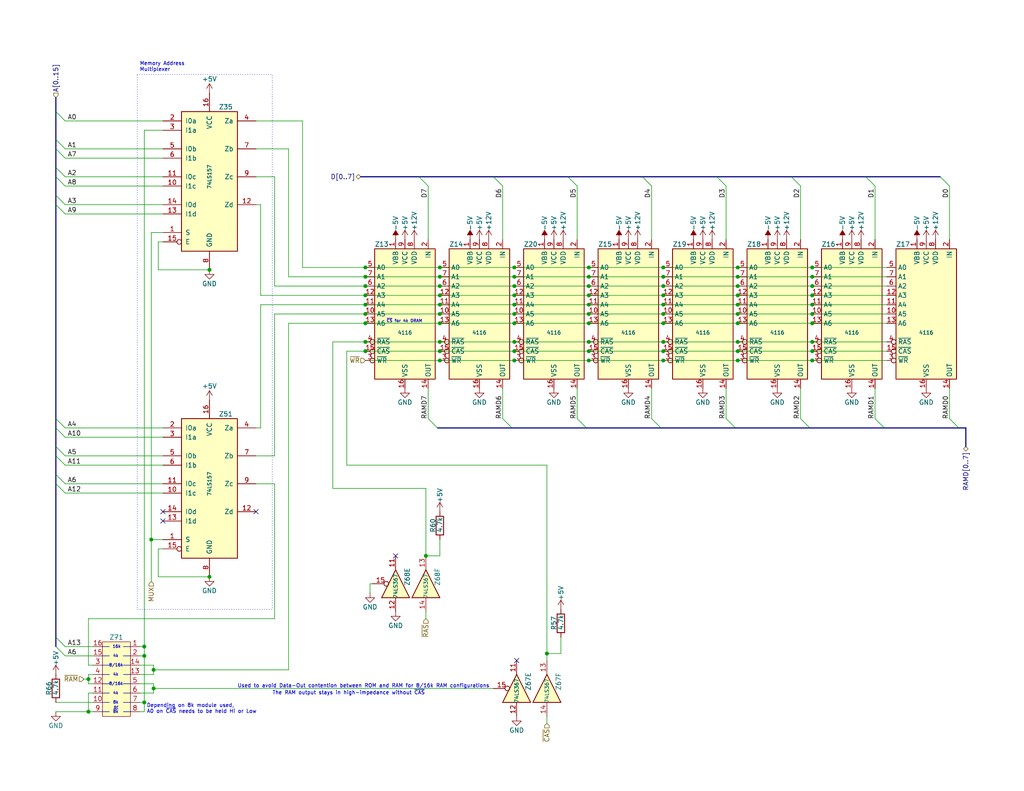
<source format=kicad_sch>
(kicad_sch (version 20231120) (generator "eeschema") (generator_version "8.0")
  (paper "USLetter")
  (title_block (title "TRS-80 Model I Rev G") (date "2024-11-29") (rev "E1C") (company "RetroStack - Marcel Erz") (comment 2 "RAM and data-bus gating") (comment 4 "RAM"))
  (lib_symbols
    (symbol "74xx:74LS157" (pin_names (offset 1.016))
      (property "Reference" "U" (at -7.62 19.05 0))
      (property "Value" "74LS157" (at -7.62 -21.59 0))
      (symbol "74LS157_1_0"
        (pin input line (at -12.7 -15.24 0) (length 5.08) (name "S") (number "1"))
        (pin input line (at -12.7 -2.54 0) (length 5.08) (name "I1c") (number "10"))
        (pin input line (at -12.7 0 0) (length 5.08) (name "I0c") (number "11"))
        (pin output line (at 12.7 -7.62 180) (length 5.08) (name "Zd") (number "12"))
        (pin input line (at -12.7 -10.16 0) (length 5.08) (name "I1d") (number "13"))
        (pin input line (at -12.7 -7.62 0) (length 5.08) (name "I0d") (number "14"))
        (pin input inverted (at -12.7 -17.78 0) (length 5.08) (name "E") (number "15"))
        (pin power_in line (at 0 22.86 270) (length 5.08) (name "VCC") (number "16"))
        (pin input line (at -12.7 15.24 0) (length 5.08) (name "I0a") (number "2"))
        (pin input line (at -12.7 12.7 0) (length 5.08) (name "I1a") (number "3"))
        (pin output line (at 12.7 15.24 180) (length 5.08) (name "Za") (number "4"))
        (pin input line (at -12.7 7.62 0) (length 5.08) (name "I0b") (number "5"))
        (pin input line (at -12.7 5.08 0) (length 5.08) (name "I1b") (number "6"))
        (pin output line (at 12.7 7.62 180) (length 5.08) (name "Zb") (number "7"))
        (pin power_in line (at 0 -25.4 90) (length 5.08) (name "GND") (number "8"))
        (pin output line (at 12.7 0 180) (length 5.08) (name "Zc") (number "9"))
      )
      (symbol "74LS157_1_1"
        (rectangle (start -7.62 17.78) (end 7.62 -20.32) (stroke (width 0.254)) (fill (type background)))
      )
    )
    (symbol "Device:R" (pin_numbers hide) (pin_names (offset 0))
      (property "Reference" "R" (at 2.032 0 90))
      (property "Value" "R" (at 0 0 90))
      (symbol "R_0_1"
        (rectangle (start -1.016 -2.54) (end 1.016 2.54) (stroke (width 0.254)))
      )
      (symbol "R_1_1"
        (pin passive line (at 0 3.81 270) (length 1.27) (name "~") (number "1"))
        (pin passive line (at 0 -3.81 90) (length 1.27) (name "~") (number "2"))
      )
    )
    (symbol "RetroStackLibrary:74LS367_Split" (pin_names (offset 1.016))
      (property "Reference" "U" (at 0 1.27 0))
      (property "Value" "74LS367" (at 0 -1.27 0))
      (symbol "74LS367_Split_1_0"
        (polyline (pts (xy -3.81 3.81) (xy -3.81 -3.81) (xy 3.81 0) (xy -3.81 3.81)) (stroke (width 0.254)) (fill (type background)))
        (pin input inverted (at 0 6.35 270) (length 4.445) (name "~") (number "1"))
        (pin input line (at -7.62 0 0) (length 3.81) (name "~") (number "2"))
        (pin tri_state line (at 7.62 0 180) (length 3.81) (name "~") (number "3"))
      )
      (symbol "74LS367_Split_2_0"
        (polyline (pts (xy -3.81 3.81) (xy -3.81 -3.81) (xy 3.81 0) (xy -3.81 3.81)) (stroke (width 0.254)) (fill (type background)))
        (pin input line (at -7.62 0 0) (length 3.81) (name "~") (number "4"))
        (pin tri_state line (at 7.62 0 180) (length 3.81) (name "~") (number "5"))
      )
      (symbol "74LS367_Split_3_0"
        (polyline (pts (xy -3.81 3.81) (xy -3.81 -3.81) (xy 3.81 0) (xy -3.81 3.81)) (stroke (width 0.254)) (fill (type background)))
        (pin input line (at -7.62 0 0) (length 3.81) (name "~") (number "6"))
        (pin tri_state line (at 7.62 0 180) (length 3.81) (name "~") (number "7"))
      )
      (symbol "74LS367_Split_4_0"
        (polyline (pts (xy -3.81 3.81) (xy -3.81 -3.81) (xy 3.81 0) (xy -3.81 3.81)) (stroke (width 0.254)) (fill (type background)))
        (pin input line (at -7.62 0 0) (length 3.81) (name "~") (number "10"))
        (pin tri_state line (at 7.62 0 180) (length 3.81) (name "~") (number "9"))
      )
      (symbol "74LS367_Split_5_0"
        (polyline (pts (xy -3.175 -2.54) (xy -3.175 -10.16) (xy 4.445 -6.35) (xy -3.175 -2.54)) (stroke (width 0.254)) (fill (type background)))
        (pin tri_state line (at 8.255 -6.35 180) (length 3.81) (name "~") (number "11"))
        (pin input line (at -6.985 -6.35 0) (length 3.81) (name "~") (number "12"))
        (pin input inverted (at 0.635 0 270) (length 4.445) (name "~") (number "15"))
      )
      (symbol "74LS367_Split_6_0"
        (polyline (pts (xy -3.81 3.81) (xy -3.81 -3.81) (xy 3.81 0) (xy -3.81 3.81)) (stroke (width 0.254)) (fill (type background)))
        (pin tri_state line (at 7.62 0 180) (length 3.81) (name "~") (number "13"))
        (pin input line (at -7.62 0 0) (length 3.81) (name "~") (number "14"))
      )
      (symbol "74LS367_Split_7_0"
        (pin power_in line (at 0 1.905 270) (length 5.08) (name "VCC") (number "16"))
        (pin power_in line (at 0 -23.495 90) (length 5.08) (name "GND") (number "8"))
      )
      (symbol "74LS367_Split_7_1"
        (rectangle (start -5.08 -3.175) (end 5.08 -18.415) (stroke (width 0.254)) (fill (type background)))
      )
    )
    (symbol "RetroStackLibrary:DRAM_4116"
      (property "Reference" "U" (at 0 0 0))
      (property "Value" "DRAM_4116" (at 0 0 0))
      (symbol "DRAM_4116_1_1"
        (rectangle (start -8.255 -4.445) (end 8.255 -40.005) (stroke (width 0.254)) (fill (type background)))
        (pin power_in line (at -2.54 -1.905 270) (length 2.54) (name "VBB") (number "1"))
        (pin input line (at -10.795 -22.225 0) (length 2.54) (name "A5") (number "10"))
        (pin input line (at -10.795 -19.685 0) (length 2.54) (name "A4") (number "11"))
        (pin input line (at -10.795 -17.145 0) (length 2.54) (name "A3") (number "12"))
        (pin input line (at -10.795 -24.765 0) (length 2.54) (name "A6") (number "13"))
        (pin tri_state line (at 6.35 -42.545 90) (length 2.54) (name "OUT") (number "14"))
        (pin input inverted (at -10.795 -32.385 0) (length 2.54) (name "~{CAS}") (number "15"))
        (pin power_in line (at 0 -42.545 90) (length 2.54) (name "VSS") (number "16"))
        (pin input line (at 6.35 -1.905 270) (length 2.54) (name "IN") (number "2"))
        (pin input inverted (at -10.795 -34.925 0) (length 2.54) (name "~{WR}") (number "3"))
        (pin input inverted (at -10.795 -29.845 0) (length 2.54) (name "~{RAS}") (number "4"))
        (pin input line (at -10.795 -9.525 0) (length 2.54) (name "A0") (number "5"))
        (pin input line (at -10.795 -14.605 0) (length 2.54) (name "A2") (number "6"))
        (pin input line (at -10.795 -12.065 0) (length 2.54) (name "A1") (number "7"))
        (pin power_in line (at 2.54 -1.905 270) (length 2.54) (name "VDD") (number "8"))
        (pin power_in line (at 0 -1.905 270) (length 2.54) (name "VCC") (number "9"))
      )
    )
    (symbol "RetroStackLibrary:TRS80_Model_I_X71"
      (property "Reference" "X" (at 0 0 0))
      (property "Value" "TRS80_Model_I_X71" (at 0 0 0))
      (symbol "TRS80_Model_I_X71_1_1"
        (rectangle (start -3.81 -1.27) (end 3.81 -21.59) (fill (type background)))
        (pin passive line (at 6.35 -2.54 180) (length 2.54) (name "~") (number "1"))
        (pin passive line (at -6.35 -17.78 0) (length 2.54) (name "~") (number "10"))
        (pin passive line (at -6.35 -15.24 0) (length 2.54) (name "~") (number "11"))
        (pin passive line (at -6.35 -12.7 0) (length 2.54) (name "~") (number "12"))
        (pin passive line (at 6.35 -10.16 180) (length 2.54) (name "~") (number "13"))
        (pin passive line (at 6.35 -7.62 180) (length 2.54) (name "~") (number "14"))
        (pin passive line (at -6.35 -5.08 0) (length 2.54) (name "~") (number "15"))
        (pin passive line (at -6.35 -2.54 0) (length 2.54) (name "~") (number "16"))
        (pin passive line (at 6.35 -5.08 180) (length 2.54) (name "~") (number "2"))
        (pin passive line (at -6.35 -7.62 0) (length 2.54) (name "~") (number "3"))
        (pin passive line (at -6.35 -10.16 0) (length 2.54) (name "~") (number "4"))
        (pin passive line (at 6.35 -12.7 180) (length 2.54) (name "~") (number "5"))
        (pin passive line (at 6.35 -15.24 180) (length 2.54) (name "~") (number "6"))
        (pin passive line (at 6.35 -17.78 180) (length 2.54) (name "~") (number "7"))
        (pin passive line (at 6.35 -20.32 180) (length 2.54) (name "~") (number "8"))
        (pin passive line (at -6.35 -20.32 0) (length 2.54) (name "~") (number "9"))
      )
    )
    (symbol "power:+12V" (power) (pin_names (offset 0))
      (property "Value" "+12V" (at 0 3.556 0))
      (symbol "+12V_0_1"
        (polyline (pts (xy -0.762 1.27) (xy 0 2.54)))
        (polyline (pts (xy 0 0) (xy 0 2.54)))
        (polyline (pts (xy 0 2.54) (xy 0.762 1.27)))
      )
      (symbol "+12V_1_1"
        (pin power_in line (at 0 0 90) (length 0) hide (name "+12V") (number "1"))
      )
    )
    (symbol "power:+5V" (power) (pin_names (offset 0))
      (property "Value" "+5V" (at 0 3.556 0))
      (symbol "+5V_0_1"
        (polyline (pts (xy -0.762 1.27) (xy 0 2.54)))
        (polyline (pts (xy 0 0) (xy 0 2.54)))
        (polyline (pts (xy 0 2.54) (xy 0.762 1.27)))
      )
      (symbol "+5V_1_1"
        (pin power_in line (at 0 0 90) (length 0) hide (name "+5V") (number "1"))
      )
    )
    (symbol "power:-5V" (power) (pin_names (offset 0))
      (property "Value" "-5V" (at 0 3.81 0))
      (symbol "-5V_0_0"
        (pin power_in line (at 0 0 90) (length 0) hide (name "-5V") (number "1"))
      )
      (symbol "-5V_0_1"
        (polyline (pts (xy 0 0) (xy 0 1.27) (xy 0.762 1.27) (xy 0 2.54) (xy -0.762 1.27) (xy 0 1.27)) (fill (type outline)))
      )
    )
    (symbol "power:GND" (power) (pin_names (offset 0))
      (property "Value" "GND" (at 0 -3.81 0))
      (symbol "GND_0_1"
        (polyline (pts (xy 0 0) (xy 0 -1.27) (xy 1.27 -1.27) (xy 0 -2.54) (xy -1.27 -1.27) (xy 0 -1.27)))
      )
      (symbol "GND_1_1"
        (pin power_in line (at 0 0 270) (length 0) hide (name "GND") (number "1"))
      )
    )
  )
  (junction (at 116.205 151.765))
  (junction (at 201.295 83.185))
  (junction (at 140.335 98.425))
  (junction (at 140.335 93.345))
  (junction (at 41.275 147.32))
  (junction (at 120.015 85.725))
  (junction (at 160.655 75.565))
  (junction (at 201.295 88.265))
  (junction (at 221.615 88.265))
  (junction (at 180.975 98.425))
  (junction (at 180.975 73.025))
  (junction (at 221.615 75.565))
  (junction (at 57.15 73.66))
  (junction (at 140.335 78.105))
  (junction (at 99.695 85.725))
  (junction (at 180.975 78.105))
  (junction (at 221.615 83.185))
  (junction (at 201.295 95.885))
  (junction (at 221.615 80.645))
  (junction (at 140.335 95.885))
  (junction (at 221.615 95.885))
  (junction (at 99.695 93.345))
  (junction (at 180.975 83.185))
  (junction (at 201.295 78.105))
  (junction (at 99.695 75.565))
  (junction (at 140.335 75.565))
  (junction (at 160.655 83.185))
  (junction (at 39.37 176.53))
  (junction (at 24.13 194.31))
  (junction (at 41.91 182.88))
  (junction (at 221.615 73.025))
  (junction (at 99.695 78.105))
  (junction (at 140.335 83.185))
  (junction (at 160.655 95.885))
  (junction (at 99.695 83.185))
  (junction (at 180.975 80.645))
  (junction (at 120.015 83.185))
  (junction (at 160.655 98.425))
  (junction (at 39.37 179.07))
  (junction (at 99.695 88.265))
  (junction (at 201.295 98.425))
  (junction (at 160.655 85.725))
  (junction (at 180.975 88.265))
  (junction (at 221.615 93.345))
  (junction (at 221.615 85.725))
  (junction (at 140.335 85.725))
  (junction (at 24.13 185.42))
  (junction (at 140.335 80.645))
  (junction (at 160.655 78.105))
  (junction (at 99.695 80.645))
  (junction (at 160.655 93.345))
  (junction (at 201.295 93.345))
  (junction (at 221.615 78.105))
  (junction (at 201.295 85.725))
  (junction (at 120.015 73.025))
  (junction (at 39.37 191.77))
  (junction (at 99.695 73.025))
  (junction (at 140.335 88.265))
  (junction (at 120.015 75.565))
  (junction (at 160.655 80.645))
  (junction (at 180.975 93.345))
  (junction (at 221.615 98.425))
  (junction (at 140.335 73.025))
  (junction (at 201.295 75.565))
  (junction (at 99.695 95.885))
  (junction (at 120.015 88.265))
  (junction (at 41.91 187.96))
  (junction (at 180.975 75.565))
  (junction (at 201.295 73.025))
  (junction (at 160.655 88.265))
  (junction (at 120.015 98.425))
  (junction (at 149.225 178.435))
  (junction (at 120.015 95.885))
  (junction (at 160.655 73.025))
  (junction (at 120.015 93.345))
  (junction (at 120.015 80.645))
  (junction (at 57.15 157.48))
  (junction (at 201.295 80.645))
  (junction (at 180.975 85.725))
  (junction (at 120.015 78.105))
  (junction (at 180.975 95.885))
  (no_connect (at 107.95 151.765))
  (no_connect (at 44.45 139.7))
  (no_connect (at 69.85 139.7))
  (no_connect (at 140.97 180.34))
  (no_connect (at 44.45 142.24))
  (bus_entry (at 17.78 50.8) (size -2.54 -2.54))
  (bus_entry (at 238.76 114.3) (size 2.54 2.54))
  (bus_entry (at 116.84 50.8) (size -2.54 -2.54))
  (bus_entry (at 17.78 48.26) (size -2.54 -2.54))
  (bus_entry (at 17.78 124.46) (size -2.54 -2.54))
  (bus_entry (at 17.78 55.88) (size -2.54 -2.54))
  (bus_entry (at 198.12 114.3) (size 2.54 2.54))
  (bus_entry (at 17.78 179.07) (size -2.54 -2.54))
  (bus_entry (at 137.16 50.8) (size -2.54 -2.54))
  (bus_entry (at 17.78 176.53) (size -2.54 -2.54))
  (bus_entry (at 218.44 50.8) (size -2.54 -2.54))
  (bus_entry (at 17.78 119.38) (size -2.54 -2.54))
  (bus_entry (at 17.78 58.42) (size -2.54 -2.54))
  (bus_entry (at 157.48 114.3) (size 2.54 2.54))
  (bus_entry (at 17.78 43.18) (size -2.54 -2.54))
  (bus_entry (at 17.78 127) (size -2.54 -2.54))
  (bus_entry (at 17.78 116.84) (size -2.54 -2.54))
  (bus_entry (at 238.76 50.8) (size -2.54 -2.54))
  (bus_entry (at 218.44 114.3) (size 2.54 2.54))
  (bus_entry (at 17.78 33.02) (size -2.54 -2.54))
  (bus_entry (at 17.78 40.64) (size -2.54 -2.54))
  (bus_entry (at 137.16 114.3) (size 2.54 2.54))
  (bus_entry (at 177.8 114.3) (size 2.54 2.54))
  (bus_entry (at 17.78 134.62) (size -2.54 -2.54))
  (bus_entry (at 259.08 114.3) (size 2.54 2.54))
  (bus_entry (at 116.84 114.3) (size 2.54 2.54))
  (bus_entry (at 17.78 132.08) (size -2.54 -2.54))
  (bus_entry (at 198.12 50.8) (size -2.54 -2.54))
  (bus_entry (at 259.08 50.8) (size -2.54 -2.54))
  (bus_entry (at 177.8 50.8) (size -2.54 -2.54))
  (bus_entry (at 157.48 50.8) (size -2.54 -2.54))
  (wire (pts (xy 99.695 85.725) (xy 120.015 85.725)))
  (bus (pts (xy 180.34 116.84) (xy 200.66 116.84)))
  (wire (pts (xy 221.615 73.025) (xy 241.935 73.025)))
  (wire (pts (xy 78.74 88.265) (xy 78.74 182.88)))
  (wire (pts (xy 78.74 40.64) (xy 78.74 75.565)))
  (wire (pts (xy 41.275 63.5) (xy 41.275 147.32)))
  (wire (pts (xy 160.655 73.025) (xy 180.975 73.025)))
  (wire (pts (xy 140.335 80.645) (xy 160.655 80.645)))
  (wire (pts (xy 198.12 50.8) (xy 198.12 65.405)))
  (bus (pts (xy 241.3 116.84) (xy 261.62 116.84)))
  (wire (pts (xy 221.615 98.425) (xy 241.935 98.425)))
  (wire (pts (xy 140.335 83.185) (xy 160.655 83.185)))
  (wire (pts (xy 39.37 176.53) (xy 39.37 179.07)))
  (wire (pts (xy 24.13 185.42) (xy 24.13 184.15)))
  (wire (pts (xy 259.08 106.045) (xy 259.08 114.3)))
  (wire (pts (xy 69.85 33.02) (xy 82.55 33.02)))
  (wire (pts (xy 38.1 194.31) (xy 39.37 194.31)))
  (wire (pts (xy 201.295 73.025) (xy 221.615 73.025)))
  (wire (pts (xy 221.615 95.885) (xy 241.935 95.885)))
  (wire (pts (xy 69.85 48.26) (xy 74.93 48.26)))
  (wire (pts (xy 201.295 75.565) (xy 221.615 75.565)))
  (wire (pts (xy 90.805 93.345) (xy 99.695 93.345)))
  (wire (pts (xy 180.975 75.565) (xy 201.295 75.565)))
  (wire (pts (xy 41.91 182.88) (xy 78.74 182.88)))
  (bus (pts (xy 236.22 48.26) (xy 256.54 48.26)))
  (wire (pts (xy 120.015 85.725) (xy 140.335 85.725)))
  (wire (pts (xy 180.975 98.425) (xy 201.295 98.425)))
  (wire (pts (xy 221.615 80.645) (xy 241.935 80.645)))
  (wire (pts (xy 41.91 181.61) (xy 41.91 182.88)))
  (wire (pts (xy 160.655 93.345) (xy 180.975 93.345)))
  (wire (pts (xy 157.48 106.045) (xy 157.48 114.3)))
  (wire (pts (xy 160.655 85.725) (xy 180.975 85.725)))
  (wire (pts (xy 180.975 85.725) (xy 201.295 85.725)))
  (wire (pts (xy 41.91 189.23) (xy 38.1 189.23)))
  (wire (pts (xy 149.225 178.435) (xy 153.035 178.435)))
  (bus (pts (xy 119.38 116.84) (xy 139.7 116.84)))
  (wire (pts (xy 201.295 80.645) (xy 221.615 80.645)))
  (wire (pts (xy 160.655 98.425) (xy 180.975 98.425)))
  (wire (pts (xy 17.78 119.38) (xy 44.45 119.38)))
  (wire (pts (xy 149.225 178.435) (xy 149.225 180.34)))
  (bus (pts (xy 15.24 173.99) (xy 15.24 132.08)))
  (polyline (pts (xy 33.655 181.61) (xy 35.56 181.61)))
  (polyline (pts (xy 33.655 176.53) (xy 35.56 176.53)))
  (wire (pts (xy 99.695 83.185) (xy 120.015 83.185)))
  (wire (pts (xy 78.74 88.265) (xy 99.695 88.265)))
  (wire (pts (xy 41.275 147.32) (xy 44.45 147.32)))
  (wire (pts (xy 38.1 186.69) (xy 41.91 186.69)))
  (wire (pts (xy 180.975 88.265) (xy 201.295 88.265)))
  (wire (pts (xy 100.965 159.385) (xy 101.6 159.385)))
  (wire (pts (xy 22.86 185.42) (xy 24.13 185.42)))
  (wire (pts (xy 38.1 181.61) (xy 41.91 181.61)))
  (wire (pts (xy 17.78 58.42) (xy 44.45 58.42)))
  (wire (pts (xy 116.205 133.35) (xy 90.805 133.35)))
  (wire (pts (xy 116.84 106.045) (xy 116.84 114.3)))
  (bus (pts (xy 15.24 53.34) (xy 15.24 48.26)))
  (bus (pts (xy 220.98 116.84) (xy 241.3 116.84)))
  (wire (pts (xy 15.24 191.77) (xy 25.4 191.77)))
  (wire (pts (xy 149.225 127) (xy 149.225 178.435)))
  (wire (pts (xy 69.85 55.88) (xy 71.12 55.88)))
  (wire (pts (xy 201.295 98.425) (xy 221.615 98.425)))
  (bus (pts (xy 15.24 55.88) (xy 15.24 53.34)))
  (wire (pts (xy 41.91 187.96) (xy 41.91 189.23)))
  (wire (pts (xy 218.44 65.405) (xy 218.44 50.8)))
  (wire (pts (xy 140.335 95.885) (xy 160.655 95.885)))
  (wire (pts (xy 160.655 95.885) (xy 180.975 95.885)))
  (bus (pts (xy 263.525 116.84) (xy 263.525 121.92)))
  (wire (pts (xy 120.015 75.565) (xy 140.335 75.565)))
  (wire (pts (xy 71.12 116.84) (xy 69.85 116.84)))
  (wire (pts (xy 74.93 85.725) (xy 99.695 85.725)))
  (wire (pts (xy 120.015 93.345) (xy 140.335 93.345)))
  (polyline (pts (xy 33.655 186.69) (xy 35.56 186.69)))
  (wire (pts (xy 17.78 43.18) (xy 44.45 43.18)))
  (wire (pts (xy 43.18 66.04) (xy 44.45 66.04)))
  (bus (pts (xy 15.24 116.84) (xy 15.24 114.3)))
  (bus (pts (xy 15.24 114.3) (xy 15.24 55.88)))
  (wire (pts (xy 74.93 48.26) (xy 74.93 78.105)))
  (wire (pts (xy 120.015 98.425) (xy 140.335 98.425)))
  (wire (pts (xy 160.655 88.265) (xy 180.975 88.265)))
  (wire (pts (xy 140.335 73.025) (xy 160.655 73.025)))
  (wire (pts (xy 82.55 33.02) (xy 82.55 73.025)))
  (wire (pts (xy 17.78 40.64) (xy 44.45 40.64)))
  (bus (pts (xy 15.24 124.46) (xy 15.24 129.54)))
  (wire (pts (xy 201.295 88.265) (xy 221.615 88.265)))
  (wire (pts (xy 17.78 55.88) (xy 44.45 55.88)))
  (wire (pts (xy 137.16 106.045) (xy 137.16 114.3)))
  (wire (pts (xy 198.12 106.045) (xy 198.12 114.3)))
  (wire (pts (xy 177.8 106.045) (xy 177.8 114.3)))
  (bus (pts (xy 15.24 40.64) (xy 15.24 38.1)))
  (polyline (pts (xy 33.655 191.77) (xy 35.56 191.77)))
  (wire (pts (xy 160.655 83.185) (xy 180.975 83.185)))
  (wire (pts (xy 43.18 157.48) (xy 57.15 157.48)))
  (wire (pts (xy 24.13 181.61) (xy 25.4 181.61)))
  (wire (pts (xy 120.015 95.885) (xy 140.335 95.885)))
  (wire (pts (xy 17.78 124.46) (xy 44.45 124.46)))
  (polyline (pts (xy 33.655 189.23) (xy 35.56 189.23)))
  (wire (pts (xy 99.695 88.265) (xy 120.015 88.265)))
  (wire (pts (xy 116.205 168.91) (xy 116.205 167.005)))
  (wire (pts (xy 160.655 78.105) (xy 180.975 78.105)))
  (wire (pts (xy 218.44 106.045) (xy 218.44 114.3)))
  (wire (pts (xy 140.335 75.565) (xy 160.655 75.565)))
  (wire (pts (xy 39.37 179.07) (xy 39.37 191.77)))
  (wire (pts (xy 38.1 179.07) (xy 39.37 179.07)))
  (wire (pts (xy 17.78 50.8) (xy 44.45 50.8)))
  (bus (pts (xy 15.24 132.08) (xy 15.24 129.54)))
  (wire (pts (xy 71.12 83.185) (xy 99.695 83.185)))
  (wire (pts (xy 180.975 78.105) (xy 201.295 78.105)))
  (wire (pts (xy 17.78 176.53) (xy 25.4 176.53)))
  (wire (pts (xy 99.695 78.105) (xy 120.015 78.105)))
  (wire (pts (xy 17.78 33.02) (xy 44.45 33.02)))
  (wire (pts (xy 221.615 78.105) (xy 241.935 78.105)))
  (wire (pts (xy 71.12 55.88) (xy 71.12 80.645)))
  (wire (pts (xy 39.37 191.77) (xy 38.1 191.77)))
  (wire (pts (xy 94.615 95.885) (xy 99.695 95.885)))
  (wire (pts (xy 201.295 95.885) (xy 221.615 95.885)))
  (wire (pts (xy 120.015 73.025) (xy 140.335 73.025)))
  (wire (pts (xy 116.205 151.765) (xy 116.205 133.35)))
  (wire (pts (xy 120.015 80.645) (xy 140.335 80.645)))
  (wire (pts (xy 259.08 50.8) (xy 259.08 65.405)))
  (wire (pts (xy 99.695 93.345) (xy 120.015 93.345)))
  (wire (pts (xy 99.695 75.565) (xy 120.015 75.565)))
  (wire (pts (xy 24.13 189.23) (xy 24.13 194.31)))
  (bus (pts (xy 175.26 48.26) (xy 195.58 48.26)))
  (wire (pts (xy 201.295 78.105) (xy 221.615 78.105)))
  (bus (pts (xy 15.24 124.46) (xy 15.24 121.92)))
  (wire (pts (xy 43.18 149.86) (xy 44.45 149.86)))
  (wire (pts (xy 24.13 168.91) (xy 24.13 181.61)))
  (wire (pts (xy 120.015 88.265) (xy 140.335 88.265)))
  (wire (pts (xy 69.85 132.08) (xy 74.93 132.08)))
  (polyline (pts (xy 27.94 191.77) (xy 29.845 191.77)))
  (wire (pts (xy 38.1 176.53) (xy 39.37 176.53)))
  (wire (pts (xy 99.695 73.025) (xy 120.015 73.025)))
  (wire (pts (xy 74.93 168.91) (xy 24.13 168.91)))
  (wire (pts (xy 78.74 75.565) (xy 99.695 75.565)))
  (wire (pts (xy 180.975 80.645) (xy 201.295 80.645)))
  (wire (pts (xy 157.48 50.8) (xy 157.48 65.405)))
  (wire (pts (xy 17.78 127) (xy 44.45 127)))
  (wire (pts (xy 180.975 95.885) (xy 201.295 95.885)))
  (wire (pts (xy 116.84 50.8) (xy 116.84 65.405)))
  (bus (pts (xy 15.24 40.64) (xy 15.24 45.72)))
  (wire (pts (xy 99.695 95.885) (xy 120.015 95.885)))
  (polyline (pts (xy 27.94 181.61) (xy 29.845 181.61)))
  (wire (pts (xy 74.93 132.08) (xy 74.93 168.91)))
  (wire (pts (xy 41.275 147.32) (xy 41.275 158.75)))
  (wire (pts (xy 24.13 185.42) (xy 24.13 186.69)))
  (polyline (pts (xy 27.94 189.23) (xy 29.845 189.23)))
  (bus (pts (xy 15.24 173.99) (xy 15.24 176.53)))
  (bus (pts (xy 200.66 116.84) (xy 220.98 116.84)))
  (wire (pts (xy 39.37 194.31) (xy 39.37 191.77)))
  (wire (pts (xy 17.78 48.26) (xy 44.45 48.26)))
  (wire (pts (xy 153.035 173.99) (xy 153.035 178.435)))
  (wire (pts (xy 43.18 73.66) (xy 57.15 73.66)))
  (wire (pts (xy 94.615 127) (xy 149.225 127)))
  (wire (pts (xy 69.85 124.46) (xy 74.93 124.46)))
  (polyline (pts (xy 33.655 184.15) (xy 35.56 184.15)))
  (wire (pts (xy 74.93 78.105) (xy 99.695 78.105)))
  (wire (pts (xy 120.015 83.185) (xy 140.335 83.185)))
  (wire (pts (xy 201.295 93.345) (xy 221.615 93.345)))
  (polyline (pts (xy 27.94 176.53) (xy 29.845 176.53)))
  (bus (pts (xy 15.24 48.26) (xy 15.24 45.72)))
  (bus (pts (xy 114.3 48.26) (xy 134.62 48.26)))
  (wire (pts (xy 17.78 179.07) (xy 25.4 179.07)))
  (wire (pts (xy 120.015 78.105) (xy 140.335 78.105)))
  (wire (pts (xy 140.335 98.425) (xy 160.655 98.425)))
  (wire (pts (xy 221.615 75.565) (xy 241.935 75.565)))
  (bus (pts (xy 215.9 48.26) (xy 236.22 48.26)))
  (polyline (pts (xy 33.655 179.07) (xy 35.56 179.07)))
  (bus (pts (xy 154.94 48.26) (xy 175.26 48.26)))
  (wire (pts (xy 43.18 66.04) (xy 43.18 73.66)))
  (wire (pts (xy 137.16 65.405) (xy 137.16 50.8)))
  (wire (pts (xy 24.13 194.31) (xy 25.4 194.31)))
  (wire (pts (xy 221.615 85.725) (xy 241.935 85.725)))
  (wire (pts (xy 17.78 134.62) (xy 44.45 134.62)))
  (wire (pts (xy 180.975 83.185) (xy 201.295 83.185)))
  (wire (pts (xy 238.76 50.8) (xy 238.76 65.405)))
  (wire (pts (xy 238.76 106.045) (xy 238.76 114.3)))
  (wire (pts (xy 100.965 161.925) (xy 100.965 159.385)))
  (bus (pts (xy 15.24 38.1) (xy 15.24 30.48)))
  (bus (pts (xy 134.62 48.26) (xy 154.94 48.26)))
  (polyline (pts (xy 27.94 186.69) (xy 29.845 186.69)))
  (wire (pts (xy 221.615 83.185) (xy 241.935 83.185)))
  (wire (pts (xy 41.91 187.96) (xy 41.91 186.69)))
  (wire (pts (xy 82.55 73.025) (xy 99.695 73.025)))
  (wire (pts (xy 120.015 147.32) (xy 120.015 151.765)))
  (wire (pts (xy 39.37 35.56) (xy 39.37 176.53)))
  (wire (pts (xy 90.805 133.35) (xy 90.805 93.345)))
  (polyline (pts (xy 27.94 184.15) (xy 29.845 184.15)))
  (wire (pts (xy 71.12 116.84) (xy 71.12 83.185)))
  (wire (pts (xy 44.45 63.5) (xy 41.275 63.5)))
  (polyline (pts (xy 27.94 179.07) (xy 29.845 179.07)))
  (wire (pts (xy 41.91 187.96) (xy 134.62 187.96)))
  (bus (pts (xy 160.02 116.84) (xy 180.34 116.84)))
  (wire (pts (xy 71.12 80.645) (xy 99.695 80.645)))
  (wire (pts (xy 177.8 65.405) (xy 177.8 50.8)))
  (wire (pts (xy 160.655 75.565) (xy 180.975 75.565)))
  (polyline (pts (xy 27.94 194.31) (xy 29.845 194.31)))
  (polyline (pts (xy 33.655 194.31) (xy 35.56 194.31)))
  (bus (pts (xy 15.24 30.48) (xy 15.24 26.67)))
  (wire (pts (xy 41.91 184.15) (xy 38.1 184.15)))
  (wire (pts (xy 39.37 35.56) (xy 44.45 35.56)))
  (wire (pts (xy 43.18 149.86) (xy 43.18 157.48)))
  (wire (pts (xy 149.225 197.485) (xy 149.225 195.58)))
  (bus (pts (xy 98.425 48.26) (xy 114.3 48.26)))
  (wire (pts (xy 140.335 93.345) (xy 160.655 93.345)))
  (wire (pts (xy 69.85 40.64) (xy 78.74 40.64)))
  (wire (pts (xy 17.78 116.84) (xy 44.45 116.84)))
  (wire (pts (xy 201.295 85.725) (xy 221.615 85.725)))
  (wire (pts (xy 221.615 88.265) (xy 241.935 88.265)))
  (wire (pts (xy 24.13 186.69) (xy 25.4 186.69)))
  (wire (pts (xy 120.015 151.765) (xy 116.205 151.765)))
  (wire (pts (xy 99.695 80.645) (xy 120.015 80.645)))
  (wire (pts (xy 74.93 124.46) (xy 74.93 85.725)))
  (wire (pts (xy 140.335 85.725) (xy 160.655 85.725)))
  (bus (pts (xy 261.62 116.84) (xy 263.525 116.84)))
  (wire (pts (xy 25.4 184.15) (xy 24.13 184.15)))
  (wire (pts (xy 160.655 80.645) (xy 180.975 80.645)))
  (wire (pts (xy 99.695 98.425) (xy 120.015 98.425)))
  (wire (pts (xy 201.295 83.185) (xy 221.615 83.185)))
  (wire (pts (xy 180.975 73.025) (xy 201.295 73.025)))
  (wire (pts (xy 41.91 182.88) (xy 41.91 184.15)))
  (bus (pts (xy 15.24 116.84) (xy 15.24 121.92)))
  (wire (pts (xy 221.615 93.345) (xy 241.935 93.345)))
  (wire (pts (xy 180.975 93.345) (xy 201.295 93.345)))
  (wire (pts (xy 140.335 78.105) (xy 160.655 78.105)))
  (bus (pts (xy 195.58 48.26) (xy 215.9 48.26)))
  (wire (pts (xy 25.4 189.23) (xy 24.13 189.23)))
  (wire (pts (xy 17.78 132.08) (xy 44.45 132.08)))
  (wire (pts (xy 140.335 88.265) (xy 160.655 88.265)))
  (bus (pts (xy 139.7 116.84) (xy 160.02 116.84)))
  (wire (pts (xy 15.24 194.31) (xy 24.13 194.31)))
  (wire (pts (xy 94.615 95.885) (xy 94.615 127)))
  (rectangle (start 37.465 20.32) (end 74.295 166.37) (stroke (width 0) (type dot)))
  (text "8k" (at 32.385 192.405 0) (effects (font (size 0.8 0.8)) (justify right bottom)))
  (text "4k" (at 32.385 189.865 0) (effects (font (size 0.8 0.8)) (justify right bottom)))
  (text "Memory Address\nMultiplexer" (at 38.1 19.685 0) (effects (font (size 1 1)) (justify left bottom)))
  (text "~{8k}" (at 32.385 194.945 0) (effects (font (size 0.8 0.8)) (justify right bottom)))
  (text "The RAM output stays in high-impedance without ~{CAS}" (at 74.295 189.865 0) (effects (font (size 1 1)) (justify left bottom)))
  (text "8/16k" (at 33.655 187.325 0) (effects (font (size 0.8 0.8)) (justify right bottom)))
  (text "Used to avoid Data-Out contention between ROM and RAM for 8/16k RAM configurations" (at 64.77 187.96 0) (effects (font (size 1 1)) (justify left bottom)))
  (text "~{CS} for 4k DRAM" (at 105.41 88.265 0) (effects (font (size 0.8 0.8)) (justify left bottom)))
  (text "8/16k" (at 33.655 182.245 0) (effects (font (size 0.8 0.8)) (justify right bottom)))
  (text "Depending on 8k module used, \nA0 on ~{CAS} needs to be held Hi or Low" (at 40.005 194.945 0) (effects (font (size 1 1)) (justify left bottom)))
  (text "4k" (at 32.385 179.705 0) (effects (font (size 0.8 0.8)) (justify right bottom)))
  (text "4k" (at 32.385 184.785 0) (effects (font (size 0.8 0.8)) (justify right bottom)))
  (text "or" (at 32.385 193.675 0) (effects (font (size 0.8 0.8)) (justify right bottom)))
  (text "16k" (at 33.02 177.165 0) (effects (font (size 0.8 0.8)) (justify right bottom)))
  (label "A6" (at 18.415 179.07 0))
  (label "A1" (at 18.415 40.64 0))
  (label "D2" (at 218.44 51.435 270))
  (label "A10" (at 18.415 119.38 0))
  (label "A7" (at 18.415 43.18 0))
  (label "A6" (at 18.415 132.08 0))
  (label "A11" (at 18.415 127 0))
  (label "RAMD7" (at 116.84 107.95 270))
  (label "A13" (at 18.415 176.53 0))
  (label "RAMD6" (at 137.16 107.95 270))
  (label "A9" (at 18.415 58.42 0))
  (label "A0" (at 18.415 33.02 0))
  (label "RAMD3" (at 198.12 107.95 270))
  (label "D3" (at 198.12 51.435 270))
  (label "D0" (at 259.08 51.435 270))
  (label "RAMD4" (at 177.8 107.95 270))
  (label "D5" (at 157.48 51.435 270))
  (label "RAMD1" (at 238.76 107.95 270))
  (label "A12" (at 18.415 134.62 0))
  (label "D4" (at 177.8 51.435 270))
  (label "A4" (at 18.415 116.84 0))
  (label "D6" (at 137.16 51.435 270))
  (label "A3" (at 18.415 55.88 0))
  (label "RAMD0" (at 259.08 107.95 270))
  (label "A8" (at 18.415 50.8 0))
  (label "A5" (at 18.415 124.46 0))
  (label "A2" (at 18.415 48.26 0))
  (label "D7" (at 116.84 51.435 270))
  (label "RAMD2" (at 218.44 107.95 270))
  (label "RAMD5" (at 157.48 107.95 270))
  (label "D1" (at 238.76 51.435 270))
  (hierarchical_label "~{WR}" (shape input) (at 99.695 98.425 180))
  (hierarchical_label "A[0..15]" (shape input) (at 15.24 26.67 90))
  (hierarchical_label "~{CAS}" (shape input) (at 149.225 197.485 270))
  (hierarchical_label "~{RAS}" (shape input) (at 116.205 168.91 270))
  (hierarchical_label "~{RAM}" (shape input) (at 22.86 185.42 180))
  (hierarchical_label "D[0..7]" (shape bidirectional) (at 98.425 48.26 180))
  (hierarchical_label "RAMD[0..7]" (shape bidirectional) (at 263.525 121.92 270))
  (hierarchical_label "MUX" (shape input) (at 41.275 158.75 270))
  (symbol (lib_id "RetroStackLibrary:74LS367_Split") (at 116.205 159.385 90) (unit 6)
    (property "Reference" "Z68" (at 119.38 157.48 0))
    (property "Value" "74LS367" (at 116.205 160.02 0) (effects (font (size 1 1))))
    (property "Footprint" "RetroStackLibrary:TRS80_Model_I_DIP16" (effects (hide yes)))
    (property "Datasheet" "https://www.ti.com/lit/ds/symlink/sn74ls367a.pdf" (effects (hide yes)))
  )
  (symbol (lib_id "power:+5V") (at 57.15 25.4 0) (unit 1)
    (property "Reference" "#PWR0176" (effects (hide yes)))
    (property "Value" "+5V" (at 57.15 21.59 0))
  )
  (symbol (lib_id "power:-5V") (at 229.87 65.405 0) (unit 1)
    (property "Reference" "#PWR0160" (effects (hide yes)))
    (property "Value" "-5V" (at 229.87 60.96 90))
  )
  (symbol (lib_id "power:GND") (at 57.15 73.66 0) (unit 1)
    (property "Reference" "#PWR0178" (effects (hide yes)))
    (property "Value" "GND" (at 57.15 77.47 0))
  )
  (symbol (lib_id "power:+12V") (at 255.27 65.405 0) (unit 1)
    (property "Reference" "#PWR0165" (effects (hide yes)))
    (property "Value" "+12V" (at 255.27 60.325 90))
  )
  (symbol (lib_id "RetroStackLibrary:DRAM_4116") (at 151.13 63.5 0) (unit 1)
    (property "Reference" "Z20" (at 142.875 66.675 0) (effects (justify left)))
    (property "Value" "4116" (at 151.13 90.805 0) (effects (font (size 1 1))))
    (property "Footprint" "Package_DIP:DIP-16_W7.62mm" (effects (hide yes)))
    (property "Datasheet" "https://wiki.console5.com/tw/images/8/85/MK4116.pdf" (effects (hide yes)))
  )
  (symbol (lib_id "power:-5V") (at 250.19 65.405 0) (unit 1)
    (property "Reference" "#PWR0163" (effects (hide yes)))
    (property "Value" "-5V" (at 250.19 60.96 90))
  )
  (symbol (lib_id "Device:R") (at 153.035 170.18 0) (unit 1)
    (property "Reference" "R57" (at 151.13 172.085 90) (effects (justify left)))
    (property "Value" "4.7k" (at 153.035 172.085 90) (effects (justify left)))
    (property "Footprint" "RetroStackLibrary:TRS80_Model_I_R_0.25W" (effects (hide yes)))
  )
  (symbol (lib_id "power:GND") (at 130.81 106.045 0) (unit 1)
    (property "Reference" "#PWR0166" (effects (hide yes)))
    (property "Value" "GND" (at 130.81 109.855 0))
  )
  (symbol (lib_id "power:GND") (at 57.15 157.48 0) (unit 1)
    (property "Reference" "#PWR0179" (effects (hide yes)))
    (property "Value" "GND" (at 57.15 161.29 0))
  )
  (symbol (lib_id "power:+5V") (at 232.41 65.405 0) (unit 1)
    (property "Reference" "#PWR0161" (effects (hide yes)))
    (property "Value" "+5V" (at 232.41 60.96 90))
  )
  (symbol (lib_id "power:GND") (at 252.73 106.045 0) (unit 1)
    (property "Reference" "#PWR0172" (effects (hide yes)))
    (property "Value" "GND" (at 252.73 109.855 0))
  )
  (symbol (lib_id "RetroStackLibrary:74LS367_Split") (at 134.62 188.595 90) (unit 5)
    (property "Reference" "Z67" (at 144.145 186.055 0))
    (property "Value" "74LS367" (at 140.97 188.595 0) (effects (font (size 1 1))))
    (property "Footprint" "RetroStackLibrary:TRS80_Model_I_DIP16" (effects (hide yes)))
    (property "Datasheet" "https://www.ti.com/lit/ds/symlink/sn74ls367a.pdf" (effects (hide yes)))
  )
  (symbol (lib_id "power:+5V") (at 130.81 65.405 0) (unit 1)
    (property "Reference" "#PWR0146" (effects (hide yes)))
    (property "Value" "+5V" (at 130.81 60.96 90))
  )
  (symbol (lib_id "power:GND") (at 100.965 161.925 0) (unit 1)
    (property "Reference" "#PWR0173" (effects (hide yes)))
    (property "Value" "GND" (at 100.965 165.735 0))
  )
  (symbol (lib_id "power:+5V") (at 153.035 166.37 0) (unit 1)
    (property "Reference" "#PWR0175" (effects (hide yes)))
    (property "Value" "+5V" (at 153.035 161.925 90))
  )
  (symbol (lib_id "power:GND") (at 15.24 194.31 0) (unit 1)
    (property "Reference" "#PWR0192" (effects (hide yes)))
    (property "Value" "GND" (at 15.24 198.12 0))
  )
  (symbol (lib_id "power:+5V") (at 191.77 65.405 0) (unit 1)
    (property "Reference" "#PWR0155" (effects (hide yes)))
    (property "Value" "+5V" (at 191.77 60.96 90))
  )
  (symbol (lib_id "power:GND") (at 212.09 106.045 0) (unit 1)
    (property "Reference" "#PWR0170" (effects (hide yes)))
    (property "Value" "GND" (at 212.09 109.855 0))
  )
  (symbol (lib_id "power:-5V") (at 107.95 65.405 0) (unit 1)
    (property "Reference" "#PWR0141" (effects (hide yes)))
    (property "Value" "-5V" (at 107.95 60.96 90))
  )
  (symbol (lib_id "power:+12V") (at 194.31 65.405 0) (unit 1)
    (property "Reference" "#PWR0156" (effects (hide yes)))
    (property "Value" "+12V" (at 194.31 60.325 90))
  )
  (symbol (lib_id "power:+5V") (at 171.45 65.405 0) (unit 1)
    (property "Reference" "#PWR0152" (effects (hide yes)))
    (property "Value" "+5V" (at 171.45 60.96 90))
  )
  (symbol (lib_id "power:GND") (at 232.41 106.045 0) (unit 1)
    (property "Reference" "#PWR0171" (effects (hide yes)))
    (property "Value" "GND" (at 232.41 109.855 0))
  )
  (symbol (lib_id "power:-5V") (at 148.59 65.405 0) (unit 1)
    (property "Reference" "#PWR0148" (effects (hide yes)))
    (property "Value" "-5V" (at 148.59 60.96 90))
  )
  (symbol (lib_id "RetroStackLibrary:DRAM_4116") (at 191.77 63.5 0) (unit 1)
    (property "Reference" "Z19" (at 183.515 66.675 0) (effects (justify left)))
    (property "Value" "4116" (at 191.77 90.805 0) (effects (font (size 1 1))))
    (property "Footprint" "Package_DIP:DIP-16_W7.62mm" (effects (hide yes)))
    (property "Datasheet" "https://wiki.console5.com/tw/images/8/85/MK4116.pdf" (effects (hide yes)))
  )
  (symbol (lib_id "power:GND") (at 191.77 106.045 0) (unit 1)
    (property "Reference" "#PWR0169" (effects (hide yes)))
    (property "Value" "GND" (at 191.77 109.855 0))
  )
  (symbol (lib_id "power:+12V") (at 153.67 65.405 0) (unit 1)
    (property "Reference" "#PWR0150" (effects (hide yes)))
    (property "Value" "+12V" (at 153.67 60.325 90))
  )
  (symbol (lib_id "power:+12V") (at 234.95 65.405 0) (unit 1)
    (property "Reference" "#PWR0162" (effects (hide yes)))
    (property "Value" "+12V" (at 234.95 60.325 90))
  )
  (symbol (lib_id "power:+5V") (at 120.015 139.7 0) (unit 1)
    (property "Reference" "#PWR0174" (effects (hide yes)))
    (property "Value" "+5V" (at 120.015 135.255 90))
  )
  (symbol (lib_id "power:-5V") (at 168.91 65.405 0) (unit 1)
    (property "Reference" "#PWR0151" (effects (hide yes)))
    (property "Value" "-5V" (at 168.91 60.96 90))
  )
  (symbol (lib_id "RetroStackLibrary:DRAM_4116") (at 130.81 63.5 0) (unit 1)
    (property "Reference" "Z14" (at 122.555 66.675 0) (effects (justify left)))
    (property "Value" "4116" (at 130.81 90.805 0) (effects (font (size 1 1))))
    (property "Footprint" "Package_DIP:DIP-16_W7.62mm" (effects (hide yes)))
    (property "Datasheet" "https://wiki.console5.com/tw/images/8/85/MK4116.pdf" (effects (hide yes)))
  )
  (symbol (lib_id "power:+5V") (at 15.24 184.15 0) (unit 1)
    (property "Reference" "#PWR0191" (effects (hide yes)))
    (property "Value" "+5V" (at 15.24 179.705 90))
  )
  (symbol (lib_id "Device:R") (at 15.24 187.96 0) (unit 1)
    (property "Reference" "R66" (at 13.335 189.865 90) (effects (justify left)))
    (property "Value" "4.7k" (at 15.24 189.865 90) (effects (justify left)))
    (property "Footprint" "RetroStackLibrary:TRS80_Model_I_R_0.25W" (effects (hide yes)))
  )
  (symbol (lib_id "power:+5V") (at 151.13 65.405 0) (unit 1)
    (property "Reference" "#PWR0149" (effects (hide yes)))
    (property "Value" "+5V" (at 151.13 60.96 90))
  )
  (symbol (lib_id "power:+5V") (at 110.49 65.405 0) (unit 1)
    (property "Reference" "#PWR0142" (effects (hide yes)))
    (property "Value" "+5V" (at 110.49 60.96 90))
  )
  (symbol (lib_id "power:GND") (at 140.97 195.58 0) (unit 1)
    (property "Reference" "#PWR040" (effects (hide yes)))
    (property "Value" "GND" (at 140.97 199.39 0))
  )
  (symbol (lib_id "RetroStackLibrary:DRAM_4116") (at 232.41 63.5 0) (unit 1)
    (property "Reference" "Z16" (at 224.155 66.675 0) (effects (justify left)))
    (property "Value" "4116" (at 232.41 90.805 0) (effects (font (size 1 1))))
    (property "Footprint" "Package_DIP:DIP-16_W7.62mm" (effects (hide yes)))
    (property "Datasheet" "https://wiki.console5.com/tw/images/8/85/MK4116.pdf" (effects (hide yes)))
  )
  (symbol (lib_id "power:GND") (at 171.45 106.045 0) (unit 1)
    (property "Reference" "#PWR0168" (effects (hide yes)))
    (property "Value" "GND" (at 171.45 109.855 0))
  )
  (symbol (lib_id "74xx:74LS157") (at 57.15 132.08 0) (unit 1)
    (property "Reference" "Z51" (at 59.69 113.03 0) (effects (justify left)))
    (property "Value" "74LS157" (at 57.15 132.08 90) (effects (font (size 1 1))))
    (property "Footprint" "RetroStackLibrary:TRS80_Model_I_DIP16" (effects (hide yes)))
    (property "Datasheet" "http://www.ti.com/lit/gpn/sn74LS157" (effects (hide yes)))
  )
  (symbol (lib_id "power:-5V") (at 209.55 65.405 0) (unit 1)
    (property "Reference" "#PWR0157" (effects (hide yes)))
    (property "Value" "-5V" (at 209.55 60.96 90))
  )
  (symbol (lib_id "power:GND") (at 151.13 106.045 0) (unit 1)
    (property "Reference" "#PWR0167" (effects (hide yes)))
    (property "Value" "GND" (at 151.13 109.855 0))
  )
  (symbol (lib_id "power:+12V") (at 214.63 65.405 0) (unit 1)
    (property "Reference" "#PWR0159" (effects (hide yes)))
    (property "Value" "+12V" (at 214.63 60.325 90))
  )
  (symbol (lib_id "power:+12V") (at 173.99 65.405 0) (unit 1)
    (property "Reference" "#PWR0153" (effects (hide yes)))
    (property "Value" "+12V" (at 173.99 60.325 90))
  )
  (symbol (lib_id "74xx:74LS157") (at 57.15 48.26 0) (unit 1)
    (property "Reference" "Z35" (at 59.69 29.21 0) (effects (justify left)))
    (property "Value" "74LS157" (at 57.15 48.26 90) (effects (font (size 1 1))))
    (property "Footprint" "RetroStackLibrary:TRS80_Model_I_DIP16" (effects (hide yes)))
    (property "Datasheet" "http://www.ti.com/lit/gpn/sn74LS157" (effects (hide yes)))
  )
  (symbol (lib_id "RetroStackLibrary:TRS80_Model_I_X71") (at 31.75 173.99 0) (unit 1)
    (property "Reference" "Z71" (at 31.75 173.99 0))
    (property "Value" "~" (at 31.75 173.99 0))
    (property "Footprint" "Package_DIP:DIP-16_W7.62mm" (effects (hide yes)))
  )
  (symbol (lib_id "power:+12V") (at 133.35 65.405 0) (unit 1)
    (property "Reference" "#PWR0147" (effects (hide yes)))
    (property "Value" "+12V" (at 133.35 60.325 90))
  )
  (symbol (lib_id "Device:R") (at 120.015 143.51 0) (unit 1)
    (property "Reference" "R60" (at 118.11 145.415 90) (effects (justify left)))
    (property "Value" "4.7k" (at 120.015 145.415 90) (effects (justify left)))
    (property "Footprint" "RetroStackLibrary:TRS80_Model_I_R_0.25W" (effects (hide yes)))
  )
  (symbol (lib_id "RetroStackLibrary:DRAM_4116") (at 171.45 63.5 0) (unit 1)
    (property "Reference" "Z15" (at 163.195 66.675 0) (effects (justify left)))
    (property "Value" "4116" (at 171.45 90.805 0) (effects (font (size 1 1))))
    (property "Footprint" "Package_DIP:DIP-16_W7.62mm" (effects (hide yes)))
    (property "Datasheet" "https://wiki.console5.com/tw/images/8/85/MK4116.pdf" (effects (hide yes)))
  )
  (symbol (lib_id "RetroStackLibrary:DRAM_4116") (at 212.09 63.5 0) (unit 1)
    (property "Reference" "Z18" (at 203.835 66.675 0) (effects (justify left)))
    (property "Value" "4116" (at 212.09 90.805 0) (effects (font (size 1 1))))
    (property "Footprint" "Package_DIP:DIP-16_W7.62mm" (effects (hide yes)))
    (property "Datasheet" "https://wiki.console5.com/tw/images/8/85/MK4116.pdf" (effects (hide yes)))
  )
  (symbol (lib_id "RetroStackLibrary:DRAM_4116") (at 252.73 63.5 0) (unit 1)
    (property "Reference" "Z17" (at 244.475 66.675 0) (effects (justify left)))
    (property "Value" "4116" (at 252.73 90.805 0) (effects (font (size 1 1))))
    (property "Footprint" "Package_DIP:DIP-16_W7.62mm" (effects (hide yes)))
    (property "Datasheet" "https://wiki.console5.com/tw/images/8/85/MK4116.pdf" (effects (hide yes)))
  )
  (symbol (lib_id "RetroStackLibrary:DRAM_4116") (at 110.49 63.5 0) (unit 1)
    (property "Reference" "Z13" (at 102.235 66.675 0) (effects (justify left)))
    (property "Value" "4116" (at 110.49 90.805 0) (effects (font (size 1 1))))
    (property "Footprint" "Package_DIP:DIP-16_W7.62mm" (effects (hide yes)))
    (property "Datasheet" "https://wiki.console5.com/tw/images/8/85/MK4116.pdf" (effects (hide yes)))
  )
  (symbol (lib_id "power:+5V") (at 252.73 65.405 0) (unit 1)
    (property "Reference" "#PWR0164" (effects (hide yes)))
    (property "Value" "+5V" (at 252.73 60.96 90))
  )
  (symbol (lib_id "power:GND") (at 107.95 167.005 0) (unit 1)
    (property "Reference" "#PWR035" (effects (hide yes)))
    (property "Value" "GND" (at 107.95 170.815 0))
  )
  (symbol (lib_id "RetroStackLibrary:74LS367_Split") (at 101.6 160.02 90) (unit 5)
    (property "Reference" "Z68" (at 111.125 157.48 0))
    (property "Value" "74LS367" (at 107.95 160.02 0) (effects (font (size 1 1))))
    (property "Footprint" "RetroStackLibrary:TRS80_Model_I_DIP16" (effects (hide yes)))
    (property "Datasheet" "https://www.ti.com/lit/ds/symlink/sn74ls367a.pdf" (effects (hide yes)))
  )
  (symbol (lib_id "power:-5V") (at 128.27 65.405 0) (unit 1)
    (property "Reference" "#PWR0145" (effects (hide yes)))
    (property "Value" "-5V" (at 128.27 60.96 90))
  )
  (symbol (lib_id "power:+12V") (at 113.03 65.405 0) (unit 1)
    (property "Reference" "#PWR0143" (effects (hide yes)))
    (property "Value" "+12V" (at 113.03 60.325 90))
  )
  (symbol (lib_id "power:-5V") (at 189.23 65.405 0) (unit 1)
    (property "Reference" "#PWR0154" (effects (hide yes)))
    (property "Value" "-5V" (at 189.23 60.96 90))
  )
  (symbol (lib_id "RetroStackLibrary:74LS367_Split") (at 149.225 187.96 90) (unit 6)
    (property "Reference" "Z67" (at 152.4 186.055 0))
    (property "Value" "74LS367" (at 149.225 188.595 0) (effects (font (size 1 1))))
    (property "Footprint" "RetroStackLibrary:TRS80_Model_I_DIP16" (effects (hide yes)))
    (property "Datasheet" "https://www.ti.com/lit/ds/symlink/sn74ls367a.pdf" (effects (hide yes)))
  )
  (symbol (lib_id "power:+5V") (at 212.09 65.405 0) (unit 1)
    (property "Reference" "#PWR0158" (effects (hide yes)))
    (property "Value" "+5V" (at 212.09 60.96 90))
  )
  (symbol (lib_id "power:GND") (at 110.49 106.045 0) (unit 1)
    (property "Reference" "#PWR0144" (effects (hide yes)))
    (property "Value" "GND" (at 110.49 109.855 0))
  )
  (symbol (lib_id "power:+5V") (at 57.15 109.22 0) (unit 1)
    (property "Reference" "#PWR0177" (effects (hide yes)))
    (property "Value" "+5V" (at 57.15 105.41 0))
  )
)
</source>
